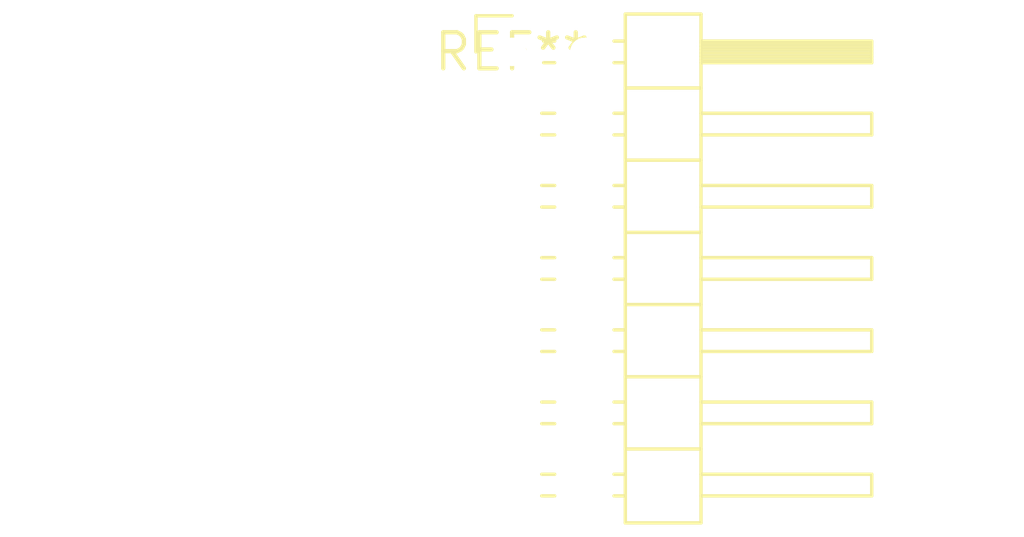
<source format=kicad_pcb>
(kicad_pcb (version 20240108) (generator pcbnew)
  (layers (0 "F.Cu" signal) (31 "B.Cu" signal) (34 "B.Paste" user) (35 "F.Paste" user) (36 "B.SilkS" user "B.Silkscreen") (37 "F.SilkS" user "F.Silkscreen") (38 "B.Mask" user) (39 "F.Mask" user) (44 "Edge.Cuts" user))
  (net 0 "")
  (footprint "PinHeader_2x07_P2.54mm_Horizontal" (layer "F.Cu") (at 0 0)
    (property "Reference" "REF**")
    (property "Value" "PinHeader_2x07_P2.54mm_Horizontal")
    (fp_line (start -1.27 -1.27) (end 0 -1.27) (layer "F.SilkS") (stroke (width 0.12)))
    (fp_line (start -1.27 0) (end -1.27 -1.27) (layer "F.SilkS") (stroke (width 0.12)))
    (fp_line (start 1.042929 2.16) (end 1.497071 2.16) (layer "F.SilkS") (stroke (width 0.12)))
    (fp_line (start 1.042929 2.92) (end 1.497071 2.92) (layer "F.SilkS") (stroke (width 0.12)))
    (fp_line (start 1.042929 4.7) (end 1.497071 4.7) (layer "F.SilkS") (stroke (width 0.12)))
    (fp_line (start 1.042929 5.46) (end 1.497071 5.46) (layer "F.SilkS") (stroke (width 0.12)))
    (fp_line (start 1.042929 7.24) (end 1.497071 7.24) (layer "F.SilkS") (stroke (width 0.12)))
    (fp_line (start 1.042929 8) (end 1.497071 8) (layer "F.SilkS") (stroke (width 0.12)))
    (fp_line (start 1.042929 9.78) (end 1.497071 9.78) (layer "F.SilkS") (stroke (width 0.12)))
    (fp_line (start 1.042929 10.54) (end 1.497071 10.54) (layer "F.SilkS") (stroke (width 0.12)))
    (fp_line (start 1.042929 12.32) (end 1.497071 12.32) (layer "F.SilkS") (stroke (width 0.12)))
    (fp_line (start 1.042929 13.08) (end 1.497071 13.08) (layer "F.SilkS") (stroke (width 0.12)))
    (fp_line (start 1.042929 14.86) (end 1.497071 14.86) (layer "F.SilkS") (stroke (width 0.12)))
    (fp_line (start 1.042929 15.62) (end 1.497071 15.62) (layer "F.SilkS") (stroke (width 0.12)))
    (fp_line (start 1.11 -0.38) (end 1.497071 -0.38) (layer "F.SilkS") (stroke (width 0.12)))
    (fp_line (start 1.11 0.38) (end 1.497071 0.38) (layer "F.SilkS") (stroke (width 0.12)))
    (fp_line (start 3.582929 -0.38) (end 3.98 -0.38) (layer "F.SilkS") (stroke (width 0.12)))
    (fp_line (start 3.582929 0.38) (end 3.98 0.38) (layer "F.SilkS") (stroke (width 0.12)))
    (fp_line (start 3.582929 2.16) (end 3.98 2.16) (layer "F.SilkS") (stroke (width 0.12)))
    (fp_line (start 3.582929 2.92) (end 3.98 2.92) (layer "F.SilkS") (stroke (width 0.12)))
    (fp_line (start 3.582929 4.7) (end 3.98 4.7) (layer "F.SilkS") (stroke (width 0.12)))
    (fp_line (start 3.582929 5.46) (end 3.98 5.46) (layer "F.SilkS") (stroke (width 0.12)))
    (fp_line (start 3.582929 7.24) (end 3.98 7.24) (layer "F.SilkS") (stroke (width 0.12)))
    (fp_line (start 3.582929 8) (end 3.98 8) (layer "F.SilkS") (stroke (width 0.12)))
    (fp_line (start 3.582929 9.78) (end 3.98 9.78) (layer "F.SilkS") (stroke (width 0.12)))
    (fp_line (start 3.582929 10.54) (end 3.98 10.54) (layer "F.SilkS") (stroke (width 0.12)))
    (fp_line (start 3.582929 12.32) (end 3.98 12.32) (layer "F.SilkS") (stroke (width 0.12)))
    (fp_line (start 3.582929 13.08) (end 3.98 13.08) (layer "F.SilkS") (stroke (width 0.12)))
    (fp_line (start 3.582929 14.86) (end 3.98 14.86) (layer "F.SilkS") (stroke (width 0.12)))
    (fp_line (start 3.582929 15.62) (end 3.98 15.62) (layer "F.SilkS") (stroke (width 0.12)))
    (fp_line (start 3.98 -1.33) (end 3.98 16.57) (layer "F.SilkS") (stroke (width 0.12)))
    (fp_line (start 3.98 1.27) (end 6.64 1.27) (layer "F.SilkS") (stroke (width 0.12)))
    (fp_line (start 3.98 3.81) (end 6.64 3.81) (layer "F.SilkS") (stroke (width 0.12)))
    (fp_line (start 3.98 6.35) (end 6.64 6.35) (layer "F.SilkS") (stroke (width 0.12)))
    (fp_line (start 3.98 8.89) (end 6.64 8.89) (layer "F.SilkS") (stroke (width 0.12)))
    (fp_line (start 3.98 11.43) (end 6.64 11.43) (layer "F.SilkS") (stroke (width 0.12)))
    (fp_line (start 3.98 13.97) (end 6.64 13.97) (layer "F.SilkS") (stroke (width 0.12)))
    (fp_line (start 3.98 16.57) (end 6.64 16.57) (layer "F.SilkS") (stroke (width 0.12)))
    (fp_line (start 6.64 -1.33) (end 3.98 -1.33) (layer "F.SilkS") (stroke (width 0.12)))
    (fp_line (start 6.64 -0.38) (end 12.64 -0.38) (layer "F.SilkS") (stroke (width 0.12)))
    (fp_line (start 6.64 -0.32) (end 12.64 -0.32) (layer "F.SilkS") (stroke (width 0.12)))
    (fp_line (start 6.64 -0.2) (end 12.64 -0.2) (layer "F.SilkS") (stroke (width 0.12)))
    (fp_line (start 6.64 -0.08) (end 12.64 -0.08) (layer "F.SilkS") (stroke (width 0.12)))
    (fp_line (start 6.64 0.04) (end 12.64 0.04) (layer "F.SilkS") (stroke (width 0.12)))
    (fp_line (start 6.64 0.16) (end 12.64 0.16) (layer "F.SilkS") (stroke (width 0.12)))
    (fp_line (start 6.64 0.28) (end 12.64 0.28) (layer "F.SilkS") (stroke (width 0.12)))
    (fp_line (start 6.64 2.16) (end 12.64 2.16) (layer "F.SilkS") (stroke (width 0.12)))
    (fp_line (start 6.64 4.7) (end 12.64 4.7) (layer "F.SilkS") (stroke (width 0.12)))
    (fp_line (start 6.64 7.24) (end 12.64 7.24) (layer "F.SilkS") (stroke (width 0.12)))
    (fp_line (start 6.64 9.78) (end 12.64 9.78) (layer "F.SilkS") (stroke (width 0.12)))
    (fp_line (start 6.64 12.32) (end 12.64 12.32) (layer "F.SilkS") (stroke (width 0.12)))
    (fp_line (start 6.64 14.86) (end 12.64 14.86) (layer "F.SilkS") (stroke (width 0.12)))
    (fp_line (start 6.64 16.57) (end 6.64 -1.33) (layer "F.SilkS") (stroke (width 0.12)))
    (fp_line (start 12.64 -0.38) (end 12.64 0.38) (layer "F.SilkS") (stroke (width 0.12)))
    (fp_line (start 12.64 0.38) (end 6.64 0.38) (layer "F.SilkS") (stroke (width 0.12)))
    (fp_line (start 12.64 2.16) (end 12.64 2.92) (layer "F.SilkS") (stroke (width 0.12)))
    (fp_line (start 12.64 2.92) (end 6.64 2.92) (layer "F.SilkS") (stroke (width 0.12)))
    (fp_line (start 12.64 4.7) (end 12.64 5.46) (layer "F.SilkS") (stroke (width 0.12)))
    (fp_line (start 12.64 5.46) (end 6.64 5.46) (layer "F.SilkS") (stroke (width 0.12)))
    (fp_line (start 12.64 7.24) (end 12.64 8) (layer "F.SilkS") (stroke (width 0.12)))
    (fp_line (start 12.64 8) (end 6.64 8) (layer "F.SilkS") (stroke (width 0.12)))
    (fp_line (start 12.64 9.78) (end 12.64 10.54) (layer "F.SilkS") (stroke (width 0.12)))
    (fp_line (start 12.64 10.54) (end 6.64 10.54) (layer "F.SilkS") (stroke (width 0.12)))
    (fp_line (start 12.64 12.32) (end 12.64 13.08) (layer "F.SilkS") (stroke (width 0.12)))
    (fp_line (start 12.64 13.08) (end 6.64 13.08) (layer "F.SilkS") (stroke (width 0.12)))
    (fp_line (start 12.64 14.86) (end 12.64 15.62) (layer "F.SilkS") (stroke (width 0.12)))
    (fp_line (start 12.64 15.62) (end 6.64 15.62) (layer "F.SilkS") (stroke (width 0.12)))
    (pad "1" thru_hole rect (at 0 0) (size 1.7 1.7) (drill 1) (layers *.Cu *.Mask) (remove_unused_layers))
    (pad "2" thru_hole oval (at 2.54 0) (size 1.7 1.7) (drill 1) (layers *.Cu *.Mask) (remove_unused_layers))
    (pad "3" thru_hole oval (at 0 2.54) (size 1.7 1.7) (drill 1) (layers *.Cu *.Mask) (remove_unused_layers))
    (pad "4" thru_hole oval (at 2.54 2.54) (size 1.7 1.7) (drill 1) (layers *.Cu *.Mask) (remove_unused_layers))
    (pad "5" thru_hole oval (at 0 5.08) (size 1.7 1.7) (drill 1) (layers *.Cu *.Mask) (remove_unused_layers))
    (pad "6" thru_hole oval (at 2.54 5.08) (size 1.7 1.7) (drill 1) (layers *.Cu *.Mask) (remove_unused_layers))
    (pad "7" thru_hole oval (at 0 7.62) (size 1.7 1.7) (drill 1) (layers *.Cu *.Mask) (remove_unused_layers))
    (pad "8" thru_hole oval (at 2.54 7.62) (size 1.7 1.7) (drill 1) (layers *.Cu *.Mask) (remove_unused_layers))
    (pad "9" thru_hole oval (at 0 10.16) (size 1.7 1.7) (drill 1) (layers *.Cu *.Mask) (remove_unused_layers))
    (pad "10" thru_hole oval (at 2.54 10.16) (size 1.7 1.7) (drill 1) (layers *.Cu *.Mask) (remove_unused_layers))
    (pad "11" thru_hole oval (at 0 12.7) (size 1.7 1.7) (drill 1) (layers *.Cu *.Mask) (remove_unused_layers))
    (pad "12" thru_hole oval (at 2.54 12.7) (size 1.7 1.7) (drill 1) (layers *.Cu *.Mask) (remove_unused_layers))
    (pad "13" thru_hole oval (at 0 15.24) (size 1.7 1.7) (drill 1) (layers *.Cu *.Mask) (remove_unused_layers))
    (pad "14" thru_hole oval (at 2.54 15.24) (size 1.7 1.7) (drill 1) (layers *.Cu *.Mask) (remove_unused_layers))
  )
)
</source>
